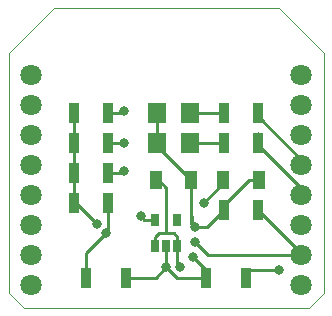
<source format=gbr>
G04 #@! TF.FileFunction,Copper,L1,Top,Signal*
%FSLAX46Y46*%
G04 Gerber Fmt 4.6, Leading zero omitted, Abs format (unit mm)*
G04 Created by KiCad (PCBNEW (2016-07-11 BZR 6975, Git 98ad509)-product) date Sat Aug 13 17:34:52 2016*
%MOMM*%
%LPD*%
G01*
G04 APERTURE LIST*
%ADD10C,0.100000*%
%ADD11C,1.800000*%
%ADD12R,1.597660X1.800860*%
%ADD13R,1.000000X1.600000*%
%ADD14R,0.650000X1.060000*%
%ADD15R,0.900000X1.700000*%
%ADD16C,0.800000*%
%ADD17C,0.250000*%
G04 APERTURE END LIST*
D10*
X201930000Y-75565000D02*
X205740000Y-79375000D01*
X194310000Y-75565000D02*
X201930000Y-75565000D01*
X194310000Y-75565000D02*
X182880000Y-75565000D01*
X205740000Y-99695000D02*
X205740000Y-79375000D01*
X205740000Y-99695000D02*
X204470000Y-100965000D01*
X179070000Y-79375000D02*
X179070000Y-99695000D01*
X180340000Y-100965000D02*
X204470000Y-100965000D01*
X179070000Y-99695000D02*
X180340000Y-100965000D01*
X182880000Y-75565000D02*
X179070000Y-79375000D01*
D11*
X180975000Y-81280000D03*
X180975000Y-83820000D03*
X180975000Y-86360000D03*
X180975000Y-88900000D03*
X180975000Y-91440000D03*
X180975000Y-93980000D03*
X180975000Y-96520000D03*
X180975000Y-99060000D03*
X203835000Y-99060000D03*
X203835000Y-96520000D03*
X203835000Y-93980000D03*
X203835000Y-91440000D03*
X203835000Y-88900000D03*
X203835000Y-86360000D03*
X203835000Y-83820000D03*
X203835000Y-81280000D03*
D12*
X194459860Y-84455000D03*
X191620140Y-84455000D03*
X194459860Y-86995000D03*
X191620140Y-86995000D03*
D13*
X191540000Y-90170000D03*
X194540000Y-90170000D03*
X197255000Y-90170000D03*
X200255000Y-90170000D03*
D14*
X191455000Y-95715000D03*
X192405000Y-95715000D03*
X193355000Y-95715000D03*
X193355000Y-93515000D03*
X191455000Y-93515000D03*
D15*
X187505000Y-84455000D03*
X184605000Y-84455000D03*
X184605000Y-86995000D03*
X187505000Y-86995000D03*
X184605000Y-89535000D03*
X187505000Y-89535000D03*
X184605000Y-92075000D03*
X187505000Y-92075000D03*
X197305000Y-92710000D03*
X200205000Y-92710000D03*
X197305000Y-84455000D03*
X200205000Y-84455000D03*
X197305000Y-86995000D03*
X200205000Y-86995000D03*
X199185000Y-98425000D03*
X195785000Y-98425000D03*
X185625000Y-98425000D03*
X189025000Y-98425000D03*
D16*
X188849000Y-84328000D03*
X201930000Y-97790000D03*
X194818000Y-94107000D03*
X194691000Y-96647000D03*
X192405000Y-97536000D03*
X188849000Y-86995000D03*
X188849000Y-89408000D03*
X194818000Y-95377000D03*
X187325000Y-94615000D03*
X190246000Y-93218000D03*
X186563000Y-93853000D03*
X195580000Y-92075000D03*
X193548000Y-97536000D03*
D17*
X187505000Y-84455000D02*
X188722000Y-84455000D01*
X188722000Y-84455000D02*
X188849000Y-84328000D01*
X187505000Y-84402000D02*
X187505000Y-84455000D01*
X201930000Y-97790000D02*
X199390000Y-97790000D01*
X199390000Y-97790000D02*
X199185000Y-98425000D01*
X203835000Y-81280000D02*
X203200000Y-81280000D01*
X194818000Y-94107000D02*
X195908000Y-94107000D01*
X195908000Y-94107000D02*
X197305000Y-92710000D01*
X194540000Y-90170000D02*
X194540000Y-93829000D01*
X194540000Y-93829000D02*
X194818000Y-94107000D01*
X195785000Y-97741000D02*
X194691000Y-96647000D01*
X194818000Y-94107000D02*
X194564000Y-93853000D01*
X194564000Y-93853000D02*
X194564000Y-93218000D01*
X195785000Y-98425000D02*
X195785000Y-97741000D01*
X194564000Y-93218000D02*
X194540000Y-93194000D01*
X194540000Y-93194000D02*
X194564000Y-93218000D01*
X189025000Y-98425000D02*
X191516000Y-98425000D01*
X191516000Y-98425000D02*
X192405000Y-97536000D01*
X195785000Y-98425000D02*
X193294000Y-98425000D01*
X193294000Y-98425000D02*
X192405000Y-97536000D01*
X192405000Y-95715000D02*
X192405000Y-97536000D01*
X189025000Y-98601000D02*
X189025000Y-98425000D01*
X197305000Y-92710000D02*
X197305000Y-92255000D01*
X197305000Y-92255000D02*
X199390000Y-90170000D01*
X199390000Y-90170000D02*
X200255000Y-90170000D01*
X191620140Y-86995000D02*
X191620140Y-87250140D01*
X191620140Y-87250140D02*
X194540000Y-90170000D01*
X191620140Y-84455000D02*
X191620140Y-86995000D01*
X187505000Y-86995000D02*
X188849000Y-86995000D01*
X187505000Y-86995000D02*
X187505000Y-87302000D01*
X187505000Y-89535000D02*
X188722000Y-89535000D01*
X188722000Y-89535000D02*
X188849000Y-89408000D01*
X187325000Y-88900000D02*
X187505000Y-89535000D01*
X195961000Y-96520000D02*
X203835000Y-96520000D01*
X194818000Y-95377000D02*
X195961000Y-96520000D01*
X203835000Y-96520000D02*
X203200000Y-96520000D01*
X203835000Y-96520000D02*
X203835000Y-96340000D01*
X203835000Y-96340000D02*
X200205000Y-92710000D01*
X203835000Y-90805000D02*
X200205000Y-87175000D01*
X200205000Y-87175000D02*
X200205000Y-86159000D01*
X185625000Y-98425000D02*
X185625000Y-96315000D01*
X185625000Y-96315000D02*
X187325000Y-94615000D01*
X187505000Y-92075000D02*
X187505000Y-94435000D01*
X187505000Y-94435000D02*
X187325000Y-94615000D01*
X204279500Y-88836500D02*
X200205000Y-84762000D01*
X200205000Y-84455000D02*
X200205000Y-84455000D01*
X200205000Y-84762000D02*
X200205000Y-84455000D01*
X190543000Y-93515000D02*
X191455000Y-93515000D01*
X190246000Y-93218000D02*
X190543000Y-93515000D01*
X186563000Y-93853000D02*
X184785000Y-92075000D01*
X184785000Y-92075000D02*
X184605000Y-92075000D01*
X184605000Y-92075000D02*
X184785000Y-92075000D01*
X197255000Y-90170000D02*
X197255000Y-90400000D01*
X197255000Y-90400000D02*
X195580000Y-92075000D01*
X191305000Y-93515000D02*
X191455000Y-93515000D01*
X184605000Y-89535000D02*
X184605000Y-92075000D01*
X184605000Y-86995000D02*
X184605000Y-89535000D01*
X184605000Y-84455000D02*
X184605000Y-86995000D01*
X197255000Y-90170000D02*
X196850000Y-90170000D01*
X197305000Y-84455000D02*
X194459860Y-84455000D01*
X194459860Y-86995000D02*
X197305000Y-86995000D01*
X193355000Y-97343000D02*
X193355000Y-95715000D01*
X193548000Y-97536000D02*
X193355000Y-97343000D01*
X191540000Y-90170000D02*
X191770000Y-90170000D01*
X191770000Y-90170000D02*
X192405000Y-90805000D01*
X192405000Y-90805000D02*
X192405000Y-94615000D01*
X191455000Y-95715000D02*
X191455000Y-94930000D01*
X193355000Y-94930000D02*
X193355000Y-95715000D01*
X193040000Y-94615000D02*
X193355000Y-94930000D01*
X191770000Y-94615000D02*
X192405000Y-94615000D01*
X192405000Y-94615000D02*
X193040000Y-94615000D01*
X191455000Y-94930000D02*
X191770000Y-94615000D01*
X191540000Y-90170000D02*
X191540000Y-90400000D01*
M02*

</source>
